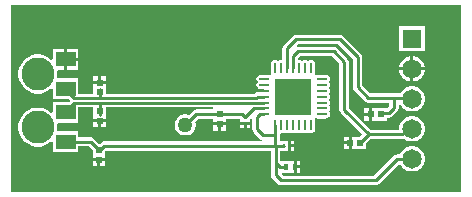
<source format=gbr>
%FSTAX23Y23*%
%MOIN*%
%SFA1B1*%

%IPPOS*%
%ADD10R,0.066929X0.051181*%
%ADD11R,0.021654X0.023622*%
%ADD12R,0.009843X0.011811*%
%ADD13R,0.023622X0.021654*%
%ADD14O,0.033465X0.007874*%
%ADD15R,0.123228X0.123228*%
%ADD16O,0.007874X0.033465*%
%ADD17R,0.015748X0.019685*%
%ADD18R,0.011811X0.009843*%
%ADD19R,0.022538X0.024226*%
%ADD20R,0.024226X0.022538*%
%ADD21C,0.010000*%
%ADD22C,0.009437*%
%ADD23C,0.110236*%
%ADD24C,0.064960*%
%ADD25R,0.064960X0.064960*%
%ADD26C,0.050000*%
%ADD27C,0.019685*%
%LNpcb1_copper_signal_top-1*%
%LPD*%
G36*
X015Y00625D02*
Y0D01*
X0*
Y00625*
X015*
G37*
%LNpcb1_copper_signal_top-2*%
%LPC*%
G36*
X01378Y00554D02*
X01293D01*
Y0047*
X01378*
Y00554*
G37*
G36*
X00224Y00479D02*
X00186D01*
Y00449*
X00224*
Y00479*
G37*
G36*
X01341Y00454D02*
X0134D01*
Y00417*
X01378*
Y00418*
X01375Y00428*
X01369Y00438*
X01362Y00446*
X01352Y00452*
X01341Y00454*
G37*
G36*
X0133D02*
X0133D01*
X01319Y00452*
X01309Y00446*
X01301Y00438*
X01296Y00428*
X01293Y00418*
Y00417*
X0133*
Y00454*
G37*
G36*
X00224Y00439D02*
X00186D01*
Y00408*
X00224*
Y00439*
G37*
G36*
X00316Y00387D02*
X003D01*
Y00371*
X00316*
Y00387*
G37*
G36*
X0029D02*
X00273D01*
Y00371*
X0029*
Y00387*
G37*
G36*
X01378Y00407D02*
X0134D01*
Y0037*
X01341*
X01352Y00372*
X01362Y00378*
X01369Y00386*
X01375Y00396*
X01378Y00406*
Y00407*
G37*
G36*
X0133D02*
X01293D01*
Y00406*
X01296Y00396*
X01301Y00386*
X01309Y00378*
X01319Y00372*
X0133Y0037*
X0133*
Y00407*
G37*
G36*
X01095Y00525D02*
X0095D01*
X00944Y00524*
X00939Y0052*
X00909Y0049*
X00905Y00485*
X00904Y0048*
Y00445*
X009Y00441*
X009Y00442*
X00894Y0044*
X0089Y00437*
X00886Y0044*
X0088Y00442*
X00875Y0044*
X0087Y00437*
X00867Y00433*
X00866Y00427*
Y00402*
X00867Y00396*
X00867Y00396*
X00867Y00394*
X00864Y00391*
X00863Y00391*
X00862Y00391*
X00857Y00392*
X00831*
X00825Y00391*
X00821Y00388*
X00818Y00384*
X00817Y00378*
X00818Y00373*
X00821Y00368*
X00818Y00364*
X00817Y00358*
X00818Y00353*
X00821Y00349*
X00818Y00344*
X00818Y00344*
X00844*
Y00334*
X00822*
X00821Y00334*
X00817Y00336*
X00818Y00333*
X00818Y00333*
X00817Y00333*
X00812Y0033*
Y0033*
X0081Y00328*
X00316*
Y00345*
Y00361*
X00295*
X00273*
Y00345*
Y00328*
X00224*
Y00381*
X00156*
X00153Y00385*
X00154Y00388*
Y00401*
X00153Y00404*
X00156Y00408*
X00176*
Y00444*
Y00479*
X00138*
Y00444*
X00133Y00442*
X0013Y00445*
X00119Y00452*
X00107Y00457*
X00095Y0046*
X00082*
X0007Y00457*
X00058Y00452*
X00047Y00445*
X00038Y00436*
X00031Y00425*
X00026Y00413*
X00023Y00401*
Y00388*
X00026Y00376*
X00031Y00364*
X00038Y00353*
X00047Y00344*
X00058Y00337*
X0007Y00332*
X00082Y00329*
X00095*
X00107Y00332*
X00119Y00337*
X0013Y00344*
X00133Y00347*
X00138Y00345*
Y0031*
X00191*
X00195Y00306*
X00191Y00302*
X00138*
Y00267*
X00133Y00265*
X0013Y00268*
X00119Y00275*
X00107Y0028*
X00095Y00282*
X00082*
X0007Y0028*
X00058Y00275*
X00047Y00268*
X00038Y00259*
X00031Y00248*
X00026Y00236*
X00023Y00224*
Y00211*
X00026Y00198*
X00031Y00186*
X00038Y00176*
X00047Y00167*
X00058Y0016*
X0007Y00155*
X00082Y00152*
X00095*
X00107Y00155*
X00119Y0016*
X0013Y00167*
X00133Y0017*
X00138Y00168*
Y00133*
X00224*
Y00153*
X0026*
X00271Y00142*
Y00121*
Y00113*
X00292*
Y00108*
Y00113*
X00314*
Y00138*
X00316Y00139*
X00866*
Y00098*
Y00058*
X00867Y00052*
X0087Y00047*
X00889Y00029*
X00894Y00025*
X009Y00024*
X01215*
X0122Y00025*
X01225Y00029*
X01291Y00094*
X01292Y00095*
X01297Y00094*
X01301Y00086*
X01309Y00078*
X01319Y00072*
X0133Y0007*
X01341*
X01352Y00072*
X01362Y00078*
X01369Y00086*
X01375Y00096*
X01378Y00106*
Y00118*
X01375Y00128*
X01369Y00138*
X01362Y00146*
X01352Y00152*
X01341Y00154*
X0133*
X01319Y00152*
X01309Y00146*
X01301Y00138*
X01296Y00128*
X01296Y00127*
X01287*
X01281Y00126*
X01276Y00123*
X01208Y00055*
X00906*
X00901Y0006*
X00903Y00065*
X00941*
Y00085*
Y00104*
X00897*
X00897Y00109*
Y00139*
X00924*
Y00153*
X00925Y00155*
X00924Y00156*
Y0017*
X00895*
Y00193*
X00899Y00197*
X009Y00197*
X00905Y00198*
X0091Y00201*
X00914Y00198*
X0092Y00197*
X00925Y00198*
X00929Y00201*
X00934Y00198*
X00939Y00197*
X00945Y00198*
X00949Y00201*
X00953Y00198*
X00959Y00197*
X00964Y00198*
X00969Y00201*
X00973Y00198*
X00979Y00197*
X00984Y00198*
X00988Y00201*
X00993Y00198*
X00998Y00197*
X01004Y00198*
X01008Y00201*
X01011Y00205*
X01012Y00211*
Y00236*
X01011Y00242*
X01011Y00242*
X01011Y00244*
X01014Y00247*
X01016Y00247*
X01016Y00247*
X01022Y00246*
X01047*
X01053Y00247*
X01058Y0025*
X01061Y00255*
X01062Y0026*
X01061Y00265*
X01058Y0027*
X01061Y00274*
X01062Y0028*
X01061Y00285*
X01058Y0029*
X01061Y00294*
X01062Y00299*
X01061Y00305*
X01058Y00309*
X01061Y00314*
X01062Y00319*
X01061Y00324*
X01058Y00329*
X01061Y00333*
X01062Y00339*
X01061Y00344*
X01058Y00349*
X01061Y00353*
X01062Y00358*
X01061Y00364*
X01058Y00368*
X01061Y00373*
X01062Y00378*
X01061Y00384*
X01058Y00388*
X01053Y00391*
X01047Y00392*
X01022*
X01016Y00391*
X01016Y00391*
X01014Y00391*
X01011Y00394*
X01011Y00396*
X01011Y00396*
X01012Y00402*
Y00427*
X01011Y00433*
X01008Y00437*
X01004Y0044*
X00998Y00442*
X00993Y0044*
X00988Y00437*
X00984Y0044*
X00979Y00442*
X00973Y0044*
X00969Y00437*
X00964Y0044*
X00959Y00442*
X00956Y00445*
X00956Y00449*
X00961Y00454*
X01068*
X01094Y00428*
Y00276*
X01095Y0027*
X01099Y00265*
X0117Y00194*
X01163Y00186*
X01135*
Y00165*
Y00143*
X01184*
Y00164*
X01198Y00178*
X01302*
X01308Y00179*
X01308Y00179*
X01309Y00178*
X01319Y00172*
X0133Y0017*
X01341*
X01352Y00172*
X01362Y00178*
X01369Y00186*
X01375Y00196*
X01378Y00206*
Y00218*
X01375Y00228*
X01369Y00238*
X01362Y00246*
X01352Y00252*
X01341Y00254*
X0133*
X01319Y00252*
X01309Y00246*
X01301Y00238*
X01296Y00228*
X01293Y00218*
Y00209*
X01198*
X01125Y00282*
Y00435*
X01124Y0044*
X0112Y00445*
X01085Y0048*
X0108Y00484*
X01075Y00485*
X00955*
X00953Y00485*
X00951Y00489*
X00956Y00494*
X01088*
X01139Y00443*
Y0035*
X0114Y00344*
X01144Y00339*
X01179Y00304*
X01184Y003*
X0119Y00299*
X0126*
Y00287*
X01256Y00283*
X01252Y00281*
X01252*
X01203*
Y0026*
Y00238*
X01252*
Y00249*
X0126*
X01265Y0025*
X0127Y00254*
X01286Y0027*
X0129Y00275*
X01291Y00281*
Y00295*
X01296Y00296*
X01301Y00286*
X01309Y00278*
X01319Y00272*
X0133Y0027*
X01341*
X01352Y00272*
X01362Y00278*
X01369Y00286*
X01375Y00296*
X01378Y00306*
Y00318*
X01375Y00328*
X01369Y00338*
X01362Y00346*
X01352Y00352*
X01341Y00354*
X0133*
X01319Y00352*
X01309Y00346*
X01301Y00338*
X01297Y0033*
X01196*
X0117Y00356*
Y0045*
X01169Y00455*
X01165Y0046*
X01105Y0052*
X011Y00524*
X01095Y00525*
G37*
G36*
X01193Y00281D02*
X01177D01*
Y00265*
X01193*
Y00281*
G37*
G36*
Y00255D02*
X01177D01*
Y00238*
X01193*
Y00255*
G37*
G36*
X01125Y00186D02*
X01109D01*
Y0017*
X01125*
Y00186*
G37*
G36*
X00943Y0017D02*
X00933D01*
Y0016*
X00943*
Y0017*
G37*
G36*
X01125Y0016D02*
X01109D01*
Y00143*
X01125*
Y0016*
G37*
G36*
X00943Y0015D02*
X00933D01*
Y00139*
X00943*
Y0015*
G37*
G36*
X00951Y00104D02*
Y0009D01*
X00964*
Y00104*
X00951*
G37*
G36*
X00314Y00103D02*
X00297D01*
Y00087*
X00314*
Y00103*
G37*
G36*
X00287D02*
X00271D01*
Y00087*
X00287*
Y00103*
G37*
G36*
X00964Y0008D02*
X00951D01*
Y00065*
X00964*
Y0008*
G37*
%LNpcb1_copper_signal_top-3*%
%LPD*%
G36*
X00672Y00283D02*
Y00277D01*
X00616*
X00611Y00276*
X00606Y00272*
X00591Y00258*
X00584Y0026*
X00575*
X00566Y00257*
X00558Y00253*
X00551Y00246*
X00547Y00238*
X00545Y00229*
Y0022*
X00547Y00211*
X00551Y00203*
X00558Y00196*
X00566Y00192*
X00575Y0019*
X00584*
X00593Y00192*
X00601Y00196*
X00608Y00203*
X00612Y00211*
X00615Y0022*
Y00229*
X00613Y00236*
X00623Y00246*
X00672*
Y0024*
X00673*
Y00233*
X00695*
X00716*
Y0024*
X00717*
Y00246*
X00763*
X00764Y00245*
Y00235*
X00778*
X0078Y00234*
X00781Y00235*
X00795*
Y00244*
X00799Y00248*
X00804Y00246*
Y0021*
X00805Y00204*
X00809Y00199*
X00829Y00179*
X00834Y00175*
X00837Y00175*
X00836Y0017*
X0031*
X00304Y00169*
X00299Y00165*
X00296Y00162*
X00293*
X00277Y00179*
X00272Y00182*
X00266Y00183*
X00224*
Y00204*
X00156*
X00153Y00208*
X00154Y00211*
Y00224*
X00153Y00227*
X00156Y00231*
X00224*
Y00284*
X00273*
Y00251*
Y00243*
X00295*
X00316*
Y00251*
Y00284*
X00668*
X00672Y00283*
G37*
%LNpcb1_copper_signal_top-4*%
%LPC*%
G36*
X00316Y00233D02*
X003D01*
Y00217*
X00316*
Y00233*
G37*
G36*
X0029D02*
X00273D01*
Y00217*
X0029*
Y00233*
G37*
G36*
X00795Y00226D02*
X00785D01*
Y00216*
X00795*
Y00226*
G37*
G36*
X00775D02*
X00764D01*
Y00216*
X00775*
Y00226*
G37*
G36*
X00716Y00223D02*
X007D01*
Y00206*
X00716*
Y00223*
G37*
G36*
X0069D02*
X00673D01*
Y00206*
X0069*
Y00223*
G37*
%LNpcb1_copper_signal_top-5*%
%LPD*%
G54D10*
X00181Y00345D03*
Y00267D03*
Y00444D03*
Y00168D03*
G54D11*
X01163Y00165D03*
X0113D03*
X01231Y0026D03*
X01198D03*
G54D12*
X00928Y00155D03*
X0091D03*
G54D13*
X00292Y00142D03*
Y00108D03*
X00295Y00271D03*
Y00333D03*
Y00238D03*
Y00366D03*
G54D14*
X00844Y00299D03*
Y00319D03*
X01035Y00378D03*
Y00358D03*
Y00339D03*
Y00319D03*
Y00299D03*
Y0028D03*
Y0026D03*
X00844D03*
Y0028D03*
Y00339D03*
Y00358D03*
Y00378D03*
G54D15*
X00939Y00319D03*
G54D16*
X0088Y00415D03*
X009D03*
X0092D03*
X00939D03*
X00959D03*
X00979D03*
X00998D03*
Y00224D03*
X00979D03*
X00959D03*
X00939D03*
X0092D03*
X009D03*
X0088D03*
G54D17*
X00946Y00085D03*
X00915D03*
G54D18*
X0078Y00231D03*
Y0025D03*
G54D19*
X00695Y00228D03*
G54D20*
X00695Y00261D03*
G54D21*
X00616Y00261D02*
X00769D01*
X0081Y0028D02*
X00844D01*
X0083Y0026D02*
X00844D01*
X0082Y0025D02*
X0083Y0026D01*
X01163Y00165D02*
X01192Y00194D01*
X00177Y00168D02*
X00266D01*
X00292Y00142*
X01302Y00194D02*
X01321Y00212D01*
X01335*
X01192Y00194D02*
X01302D01*
X0111Y00276D02*
Y00435D01*
Y00276D02*
X01192Y00194D01*
X0094Y00415D02*
Y00455D01*
X01276Y00315D02*
X01333D01*
X0119D02*
X01276D01*
Y00281D02*
Y00315D01*
X0126Y00265D02*
X01276Y00281D01*
X01236Y00265D02*
X0126D01*
X01231Y0026D02*
X01236Y00265D01*
X01075Y0047D02*
X0111Y00435D01*
X00955Y0047D02*
X01075D01*
X0058Y00225D02*
X00616Y00261D01*
X0088Y0019D02*
Y00224D01*
Y00156D02*
Y0019D01*
X0082Y0021D02*
Y0025D01*
Y0021D02*
X00839Y0019D01*
X0088*
X00881Y00058D02*
Y00098D01*
Y00058D02*
X009Y0004D01*
X01215*
X01287Y00112*
X01335*
X00881Y00098D02*
Y00155D01*
Y00098D02*
X00895Y00085D01*
X00915*
X00881Y00155D02*
X0091D01*
X0031D02*
X00881D01*
X0088Y00156D02*
X00881Y00155D01*
X00297Y00142D02*
X0031Y00155D01*
X00292Y00142D02*
X00297D01*
X0078Y0025D02*
Y00251D01*
Y0025D02*
X0081Y0028D01*
X00769Y00261D02*
X0078Y00251D01*
X01095Y0051D02*
X01155Y0045D01*
X0095Y0051D02*
X01095D01*
X0092Y0048D02*
X0095Y0051D01*
X01155Y0035D02*
Y0045D01*
X0092Y00415D02*
Y0048D01*
X0094Y00455D02*
X00955Y0047D01*
X01155Y0035D02*
X0119Y00315D01*
X01333D02*
X01335Y00312D01*
G54D22*
X0029Y00299D02*
X00822D01*
X00816Y00313D02*
X00822Y00319D01*
X00291Y00313D02*
X00816D01*
X00209D02*
X00291D01*
X00209Y00299D02*
X0029D01*
X00177Y00267D02*
X00209Y00299D01*
X00177Y00345D02*
X00209Y00313D01*
X00822Y00319D02*
X00844D01*
X00295Y00317D02*
Y00333D01*
X00823Y00299D02*
X00844D01*
X00822Y00299D02*
X00823Y00299D01*
X00295Y00271D02*
Y00294D01*
Y00259D02*
Y00271D01*
X0029Y00299D02*
X00295Y00294D01*
Y00333D02*
Y00343D01*
X00291Y00313D02*
X00295Y00317D01*
G54D23*
X00089Y00395D03*
Y00217D03*
G54D24*
X01335Y00112D03*
Y00212D03*
Y00412D03*
Y00312D03*
G54D25*
X01335Y00512D03*
G54D26*
X0058Y00225D03*
G54D27*
X00982Y00276D03*
X00939D03*
X00896D03*
X00982Y00319D03*
X00939D03*
X00896D03*
X00982Y00362D03*
X00939D03*
X00896D03*
M02*
</source>
